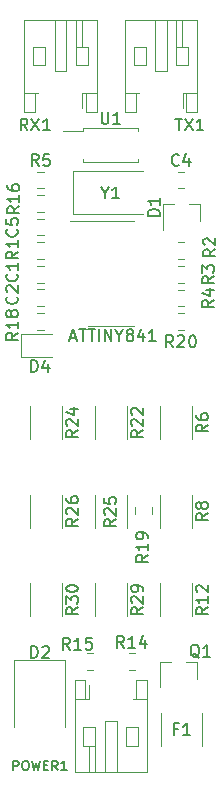
<source format=gbr>
%TF.GenerationSoftware,KiCad,Pcbnew,(6.0.1-0)*%
%TF.CreationDate,2022-02-25T00:15:48-05:00*%
%TF.ProjectId,aquabotsBMSModule,61717561-626f-4747-9342-4d534d6f6475,rev?*%
%TF.SameCoordinates,Original*%
%TF.FileFunction,Legend,Top*%
%TF.FilePolarity,Positive*%
%FSLAX46Y46*%
G04 Gerber Fmt 4.6, Leading zero omitted, Abs format (unit mm)*
G04 Created by KiCad (PCBNEW (6.0.1-0)) date 2022-02-25 00:15:48*
%MOMM*%
%LPD*%
G01*
G04 APERTURE LIST*
%ADD10C,0.150000*%
%ADD11C,0.120000*%
G04 APERTURE END LIST*
D10*
%TO.C,Y1*%
X129523809Y-57276190D02*
X129523809Y-57752380D01*
X129190476Y-56752380D02*
X129523809Y-57276190D01*
X129857142Y-56752380D01*
X130714285Y-57752380D02*
X130142857Y-57752380D01*
X130428571Y-57752380D02*
X130428571Y-56752380D01*
X130333333Y-56895238D01*
X130238095Y-56990476D01*
X130142857Y-57038095D01*
%TO.C,D2*%
X123261904Y-96652380D02*
X123261904Y-95652380D01*
X123500000Y-95652380D01*
X123642857Y-95700000D01*
X123738095Y-95795238D01*
X123785714Y-95890476D01*
X123833333Y-96080952D01*
X123833333Y-96223809D01*
X123785714Y-96414285D01*
X123738095Y-96509523D01*
X123642857Y-96604761D01*
X123500000Y-96652380D01*
X123261904Y-96652380D01*
X124214285Y-95747619D02*
X124261904Y-95700000D01*
X124357142Y-95652380D01*
X124595238Y-95652380D01*
X124690476Y-95700000D01*
X124738095Y-95747619D01*
X124785714Y-95842857D01*
X124785714Y-95938095D01*
X124738095Y-96080952D01*
X124166666Y-96652380D01*
X124785714Y-96652380D01*
%TO.C,ATTINY841*%
X126580952Y-69566666D02*
X127057142Y-69566666D01*
X126485714Y-69852380D02*
X126819047Y-68852380D01*
X127152380Y-69852380D01*
X127342857Y-68852380D02*
X127914285Y-68852380D01*
X127628571Y-69852380D02*
X127628571Y-68852380D01*
X128104761Y-68852380D02*
X128676190Y-68852380D01*
X128390476Y-69852380D02*
X128390476Y-68852380D01*
X129009523Y-69852380D02*
X129009523Y-68852380D01*
X129485714Y-69852380D02*
X129485714Y-68852380D01*
X130057142Y-69852380D01*
X130057142Y-68852380D01*
X130723809Y-69376190D02*
X130723809Y-69852380D01*
X130390476Y-68852380D02*
X130723809Y-69376190D01*
X131057142Y-68852380D01*
X131533333Y-69280952D02*
X131438095Y-69233333D01*
X131390476Y-69185714D01*
X131342857Y-69090476D01*
X131342857Y-69042857D01*
X131390476Y-68947619D01*
X131438095Y-68900000D01*
X131533333Y-68852380D01*
X131723809Y-68852380D01*
X131819047Y-68900000D01*
X131866666Y-68947619D01*
X131914285Y-69042857D01*
X131914285Y-69090476D01*
X131866666Y-69185714D01*
X131819047Y-69233333D01*
X131723809Y-69280952D01*
X131533333Y-69280952D01*
X131438095Y-69328571D01*
X131390476Y-69376190D01*
X131342857Y-69471428D01*
X131342857Y-69661904D01*
X131390476Y-69757142D01*
X131438095Y-69804761D01*
X131533333Y-69852380D01*
X131723809Y-69852380D01*
X131819047Y-69804761D01*
X131866666Y-69757142D01*
X131914285Y-69661904D01*
X131914285Y-69471428D01*
X131866666Y-69376190D01*
X131819047Y-69328571D01*
X131723809Y-69280952D01*
X132771428Y-69185714D02*
X132771428Y-69852380D01*
X132533333Y-68804761D02*
X132295238Y-69519047D01*
X132914285Y-69519047D01*
X133819047Y-69852380D02*
X133247619Y-69852380D01*
X133533333Y-69852380D02*
X133533333Y-68852380D01*
X133438095Y-68995238D01*
X133342857Y-69090476D01*
X133247619Y-69138095D01*
%TO.C,C2*%
X122057142Y-66066666D02*
X122104761Y-66114285D01*
X122152380Y-66257142D01*
X122152380Y-66352380D01*
X122104761Y-66495238D01*
X122009523Y-66590476D01*
X121914285Y-66638095D01*
X121723809Y-66685714D01*
X121580952Y-66685714D01*
X121390476Y-66638095D01*
X121295238Y-66590476D01*
X121200000Y-66495238D01*
X121152380Y-66352380D01*
X121152380Y-66257142D01*
X121200000Y-66114285D01*
X121247619Y-66066666D01*
X121247619Y-65685714D02*
X121200000Y-65638095D01*
X121152380Y-65542857D01*
X121152380Y-65304761D01*
X121200000Y-65209523D01*
X121247619Y-65161904D01*
X121342857Y-65114285D01*
X121438095Y-65114285D01*
X121580952Y-65161904D01*
X122152380Y-65733333D01*
X122152380Y-65114285D01*
%TO.C,C5*%
X122057142Y-60366666D02*
X122104761Y-60414285D01*
X122152380Y-60557142D01*
X122152380Y-60652380D01*
X122104761Y-60795238D01*
X122009523Y-60890476D01*
X121914285Y-60938095D01*
X121723809Y-60985714D01*
X121580952Y-60985714D01*
X121390476Y-60938095D01*
X121295238Y-60890476D01*
X121200000Y-60795238D01*
X121152380Y-60652380D01*
X121152380Y-60557142D01*
X121200000Y-60414285D01*
X121247619Y-60366666D01*
X121152380Y-59461904D02*
X121152380Y-59938095D01*
X121628571Y-59985714D01*
X121580952Y-59938095D01*
X121533333Y-59842857D01*
X121533333Y-59604761D01*
X121580952Y-59509523D01*
X121628571Y-59461904D01*
X121723809Y-59414285D01*
X121961904Y-59414285D01*
X122057142Y-59461904D01*
X122104761Y-59509523D01*
X122152380Y-59604761D01*
X122152380Y-59842857D01*
X122104761Y-59938095D01*
X122057142Y-59985714D01*
%TO.C,F1*%
X135666666Y-102678571D02*
X135333333Y-102678571D01*
X135333333Y-103202380D02*
X135333333Y-102202380D01*
X135809523Y-102202380D01*
X136714285Y-103202380D02*
X136142857Y-103202380D01*
X136428571Y-103202380D02*
X136428571Y-102202380D01*
X136333333Y-102345238D01*
X136238095Y-102440476D01*
X136142857Y-102488095D01*
%TO.C,POWER1*%
X121771428Y-106161904D02*
X121771428Y-105361904D01*
X122076190Y-105361904D01*
X122152380Y-105400000D01*
X122190476Y-105438095D01*
X122228571Y-105514285D01*
X122228571Y-105628571D01*
X122190476Y-105704761D01*
X122152380Y-105742857D01*
X122076190Y-105780952D01*
X121771428Y-105780952D01*
X122723809Y-105361904D02*
X122876190Y-105361904D01*
X122952380Y-105400000D01*
X123028571Y-105476190D01*
X123066666Y-105628571D01*
X123066666Y-105895238D01*
X123028571Y-106047619D01*
X122952380Y-106123809D01*
X122876190Y-106161904D01*
X122723809Y-106161904D01*
X122647619Y-106123809D01*
X122571428Y-106047619D01*
X122533333Y-105895238D01*
X122533333Y-105628571D01*
X122571428Y-105476190D01*
X122647619Y-105400000D01*
X122723809Y-105361904D01*
X123333333Y-105361904D02*
X123523809Y-106161904D01*
X123676190Y-105590476D01*
X123828571Y-106161904D01*
X124019047Y-105361904D01*
X124323809Y-105742857D02*
X124590476Y-105742857D01*
X124704761Y-106161904D02*
X124323809Y-106161904D01*
X124323809Y-105361904D01*
X124704761Y-105361904D01*
X125504761Y-106161904D02*
X125238095Y-105780952D01*
X125047619Y-106161904D02*
X125047619Y-105361904D01*
X125352380Y-105361904D01*
X125428571Y-105400000D01*
X125466666Y-105438095D01*
X125504761Y-105514285D01*
X125504761Y-105628571D01*
X125466666Y-105704761D01*
X125428571Y-105742857D01*
X125352380Y-105780952D01*
X125047619Y-105780952D01*
X126266666Y-106161904D02*
X125809523Y-106161904D01*
X126038095Y-106161904D02*
X126038095Y-105361904D01*
X125961904Y-105476190D01*
X125885714Y-105552380D01*
X125809523Y-105590476D01*
%TO.C,Q1*%
X137504761Y-96647619D02*
X137409523Y-96600000D01*
X137314285Y-96504761D01*
X137171428Y-96361904D01*
X137076190Y-96314285D01*
X136980952Y-96314285D01*
X137028571Y-96552380D02*
X136933333Y-96504761D01*
X136838095Y-96409523D01*
X136790476Y-96219047D01*
X136790476Y-95885714D01*
X136838095Y-95695238D01*
X136933333Y-95600000D01*
X137028571Y-95552380D01*
X137219047Y-95552380D01*
X137314285Y-95600000D01*
X137409523Y-95695238D01*
X137457142Y-95885714D01*
X137457142Y-96219047D01*
X137409523Y-96409523D01*
X137314285Y-96504761D01*
X137219047Y-96552380D01*
X137028571Y-96552380D01*
X138409523Y-96552380D02*
X137838095Y-96552380D01*
X138123809Y-96552380D02*
X138123809Y-95552380D01*
X138028571Y-95695238D01*
X137933333Y-95790476D01*
X137838095Y-95838095D01*
%TO.C,R3*%
X138752380Y-64366666D02*
X138276190Y-64700000D01*
X138752380Y-64938095D02*
X137752380Y-64938095D01*
X137752380Y-64557142D01*
X137800000Y-64461904D01*
X137847619Y-64414285D01*
X137942857Y-64366666D01*
X138085714Y-64366666D01*
X138180952Y-64414285D01*
X138228571Y-64461904D01*
X138276190Y-64557142D01*
X138276190Y-64938095D01*
X137752380Y-64033333D02*
X137752380Y-63414285D01*
X138133333Y-63747619D01*
X138133333Y-63604761D01*
X138180952Y-63509523D01*
X138228571Y-63461904D01*
X138323809Y-63414285D01*
X138561904Y-63414285D01*
X138657142Y-63461904D01*
X138704761Y-63509523D01*
X138752380Y-63604761D01*
X138752380Y-63890476D01*
X138704761Y-63985714D01*
X138657142Y-64033333D01*
%TO.C,R4*%
X138752380Y-66366666D02*
X138276190Y-66700000D01*
X138752380Y-66938095D02*
X137752380Y-66938095D01*
X137752380Y-66557142D01*
X137800000Y-66461904D01*
X137847619Y-66414285D01*
X137942857Y-66366666D01*
X138085714Y-66366666D01*
X138180952Y-66414285D01*
X138228571Y-66461904D01*
X138276190Y-66557142D01*
X138276190Y-66938095D01*
X138085714Y-65509523D02*
X138752380Y-65509523D01*
X137704761Y-65747619D02*
X138419047Y-65985714D01*
X138419047Y-65366666D01*
%TO.C,R5*%
X123895833Y-55002380D02*
X123562500Y-54526190D01*
X123324404Y-55002380D02*
X123324404Y-54002380D01*
X123705357Y-54002380D01*
X123800595Y-54050000D01*
X123848214Y-54097619D01*
X123895833Y-54192857D01*
X123895833Y-54335714D01*
X123848214Y-54430952D01*
X123800595Y-54478571D01*
X123705357Y-54526190D01*
X123324404Y-54526190D01*
X124800595Y-54002380D02*
X124324404Y-54002380D01*
X124276785Y-54478571D01*
X124324404Y-54430952D01*
X124419642Y-54383333D01*
X124657738Y-54383333D01*
X124752976Y-54430952D01*
X124800595Y-54478571D01*
X124848214Y-54573809D01*
X124848214Y-54811904D01*
X124800595Y-54907142D01*
X124752976Y-54954761D01*
X124657738Y-55002380D01*
X124419642Y-55002380D01*
X124324404Y-54954761D01*
X124276785Y-54907142D01*
%TO.C,R8*%
X138232380Y-84416666D02*
X137756190Y-84750000D01*
X138232380Y-84988095D02*
X137232380Y-84988095D01*
X137232380Y-84607142D01*
X137280000Y-84511904D01*
X137327619Y-84464285D01*
X137422857Y-84416666D01*
X137565714Y-84416666D01*
X137660952Y-84464285D01*
X137708571Y-84511904D01*
X137756190Y-84607142D01*
X137756190Y-84988095D01*
X137660952Y-83845238D02*
X137613333Y-83940476D01*
X137565714Y-83988095D01*
X137470476Y-84035714D01*
X137422857Y-84035714D01*
X137327619Y-83988095D01*
X137280000Y-83940476D01*
X137232380Y-83845238D01*
X137232380Y-83654761D01*
X137280000Y-83559523D01*
X137327619Y-83511904D01*
X137422857Y-83464285D01*
X137470476Y-83464285D01*
X137565714Y-83511904D01*
X137613333Y-83559523D01*
X137660952Y-83654761D01*
X137660952Y-83845238D01*
X137708571Y-83940476D01*
X137756190Y-83988095D01*
X137851428Y-84035714D01*
X138041904Y-84035714D01*
X138137142Y-83988095D01*
X138184761Y-83940476D01*
X138232380Y-83845238D01*
X138232380Y-83654761D01*
X138184761Y-83559523D01*
X138137142Y-83511904D01*
X138041904Y-83464285D01*
X137851428Y-83464285D01*
X137756190Y-83511904D01*
X137708571Y-83559523D01*
X137660952Y-83654761D01*
%TO.C,R12*%
X138232380Y-92392857D02*
X137756190Y-92726190D01*
X138232380Y-92964285D02*
X137232380Y-92964285D01*
X137232380Y-92583333D01*
X137280000Y-92488095D01*
X137327619Y-92440476D01*
X137422857Y-92392857D01*
X137565714Y-92392857D01*
X137660952Y-92440476D01*
X137708571Y-92488095D01*
X137756190Y-92583333D01*
X137756190Y-92964285D01*
X138232380Y-91440476D02*
X138232380Y-92011904D01*
X138232380Y-91726190D02*
X137232380Y-91726190D01*
X137375238Y-91821428D01*
X137470476Y-91916666D01*
X137518095Y-92011904D01*
X137327619Y-91059523D02*
X137280000Y-91011904D01*
X137232380Y-90916666D01*
X137232380Y-90678571D01*
X137280000Y-90583333D01*
X137327619Y-90535714D01*
X137422857Y-90488095D01*
X137518095Y-90488095D01*
X137660952Y-90535714D01*
X138232380Y-91107142D01*
X138232380Y-90488095D01*
%TO.C,R16*%
X122252380Y-58442857D02*
X121776190Y-58776190D01*
X122252380Y-59014285D02*
X121252380Y-59014285D01*
X121252380Y-58633333D01*
X121300000Y-58538095D01*
X121347619Y-58490476D01*
X121442857Y-58442857D01*
X121585714Y-58442857D01*
X121680952Y-58490476D01*
X121728571Y-58538095D01*
X121776190Y-58633333D01*
X121776190Y-59014285D01*
X122252380Y-57490476D02*
X122252380Y-58061904D01*
X122252380Y-57776190D02*
X121252380Y-57776190D01*
X121395238Y-57871428D01*
X121490476Y-57966666D01*
X121538095Y-58061904D01*
X121252380Y-56633333D02*
X121252380Y-56823809D01*
X121300000Y-56919047D01*
X121347619Y-56966666D01*
X121490476Y-57061904D01*
X121680952Y-57109523D01*
X122061904Y-57109523D01*
X122157142Y-57061904D01*
X122204761Y-57014285D01*
X122252380Y-56919047D01*
X122252380Y-56728571D01*
X122204761Y-56633333D01*
X122157142Y-56585714D01*
X122061904Y-56538095D01*
X121823809Y-56538095D01*
X121728571Y-56585714D01*
X121680952Y-56633333D01*
X121633333Y-56728571D01*
X121633333Y-56919047D01*
X121680952Y-57014285D01*
X121728571Y-57061904D01*
X121823809Y-57109523D01*
%TO.C,R18*%
X122152380Y-69142857D02*
X121676190Y-69476190D01*
X122152380Y-69714285D02*
X121152380Y-69714285D01*
X121152380Y-69333333D01*
X121200000Y-69238095D01*
X121247619Y-69190476D01*
X121342857Y-69142857D01*
X121485714Y-69142857D01*
X121580952Y-69190476D01*
X121628571Y-69238095D01*
X121676190Y-69333333D01*
X121676190Y-69714285D01*
X122152380Y-68190476D02*
X122152380Y-68761904D01*
X122152380Y-68476190D02*
X121152380Y-68476190D01*
X121295238Y-68571428D01*
X121390476Y-68666666D01*
X121438095Y-68761904D01*
X121580952Y-67619047D02*
X121533333Y-67714285D01*
X121485714Y-67761904D01*
X121390476Y-67809523D01*
X121342857Y-67809523D01*
X121247619Y-67761904D01*
X121200000Y-67714285D01*
X121152380Y-67619047D01*
X121152380Y-67428571D01*
X121200000Y-67333333D01*
X121247619Y-67285714D01*
X121342857Y-67238095D01*
X121390476Y-67238095D01*
X121485714Y-67285714D01*
X121533333Y-67333333D01*
X121580952Y-67428571D01*
X121580952Y-67619047D01*
X121628571Y-67714285D01*
X121676190Y-67761904D01*
X121771428Y-67809523D01*
X121961904Y-67809523D01*
X122057142Y-67761904D01*
X122104761Y-67714285D01*
X122152380Y-67619047D01*
X122152380Y-67428571D01*
X122104761Y-67333333D01*
X122057142Y-67285714D01*
X121961904Y-67238095D01*
X121771428Y-67238095D01*
X121676190Y-67285714D01*
X121628571Y-67333333D01*
X121580952Y-67428571D01*
%TO.C,R19*%
X133152380Y-87942857D02*
X132676190Y-88276190D01*
X133152380Y-88514285D02*
X132152380Y-88514285D01*
X132152380Y-88133333D01*
X132200000Y-88038095D01*
X132247619Y-87990476D01*
X132342857Y-87942857D01*
X132485714Y-87942857D01*
X132580952Y-87990476D01*
X132628571Y-88038095D01*
X132676190Y-88133333D01*
X132676190Y-88514285D01*
X133152380Y-86990476D02*
X133152380Y-87561904D01*
X133152380Y-87276190D02*
X132152380Y-87276190D01*
X132295238Y-87371428D01*
X132390476Y-87466666D01*
X132438095Y-87561904D01*
X133152380Y-86514285D02*
X133152380Y-86323809D01*
X133104761Y-86228571D01*
X133057142Y-86180952D01*
X132914285Y-86085714D01*
X132723809Y-86038095D01*
X132342857Y-86038095D01*
X132247619Y-86085714D01*
X132200000Y-86133333D01*
X132152380Y-86228571D01*
X132152380Y-86419047D01*
X132200000Y-86514285D01*
X132247619Y-86561904D01*
X132342857Y-86609523D01*
X132580952Y-86609523D01*
X132676190Y-86561904D01*
X132723809Y-86514285D01*
X132771428Y-86419047D01*
X132771428Y-86228571D01*
X132723809Y-86133333D01*
X132676190Y-86085714D01*
X132580952Y-86038095D01*
%TO.C,R20*%
X135294642Y-70352380D02*
X134961309Y-69876190D01*
X134723214Y-70352380D02*
X134723214Y-69352380D01*
X135104166Y-69352380D01*
X135199404Y-69400000D01*
X135247023Y-69447619D01*
X135294642Y-69542857D01*
X135294642Y-69685714D01*
X135247023Y-69780952D01*
X135199404Y-69828571D01*
X135104166Y-69876190D01*
X134723214Y-69876190D01*
X135675595Y-69447619D02*
X135723214Y-69400000D01*
X135818452Y-69352380D01*
X136056547Y-69352380D01*
X136151785Y-69400000D01*
X136199404Y-69447619D01*
X136247023Y-69542857D01*
X136247023Y-69638095D01*
X136199404Y-69780952D01*
X135627976Y-70352380D01*
X136247023Y-70352380D01*
X136866071Y-69352380D02*
X136961309Y-69352380D01*
X137056547Y-69400000D01*
X137104166Y-69447619D01*
X137151785Y-69542857D01*
X137199404Y-69733333D01*
X137199404Y-69971428D01*
X137151785Y-70161904D01*
X137104166Y-70257142D01*
X137056547Y-70304761D01*
X136961309Y-70352380D01*
X136866071Y-70352380D01*
X136770833Y-70304761D01*
X136723214Y-70257142D01*
X136675595Y-70161904D01*
X136627976Y-69971428D01*
X136627976Y-69733333D01*
X136675595Y-69542857D01*
X136723214Y-69447619D01*
X136770833Y-69400000D01*
X136866071Y-69352380D01*
%TO.C,R25*%
X130452380Y-84942857D02*
X129976190Y-85276190D01*
X130452380Y-85514285D02*
X129452380Y-85514285D01*
X129452380Y-85133333D01*
X129500000Y-85038095D01*
X129547619Y-84990476D01*
X129642857Y-84942857D01*
X129785714Y-84942857D01*
X129880952Y-84990476D01*
X129928571Y-85038095D01*
X129976190Y-85133333D01*
X129976190Y-85514285D01*
X129547619Y-84561904D02*
X129500000Y-84514285D01*
X129452380Y-84419047D01*
X129452380Y-84180952D01*
X129500000Y-84085714D01*
X129547619Y-84038095D01*
X129642857Y-83990476D01*
X129738095Y-83990476D01*
X129880952Y-84038095D01*
X130452380Y-84609523D01*
X130452380Y-83990476D01*
X129452380Y-83085714D02*
X129452380Y-83561904D01*
X129928571Y-83609523D01*
X129880952Y-83561904D01*
X129833333Y-83466666D01*
X129833333Y-83228571D01*
X129880952Y-83133333D01*
X129928571Y-83085714D01*
X130023809Y-83038095D01*
X130261904Y-83038095D01*
X130357142Y-83085714D01*
X130404761Y-83133333D01*
X130452380Y-83228571D01*
X130452380Y-83466666D01*
X130404761Y-83561904D01*
X130357142Y-83609523D01*
%TO.C,R26*%
X127232380Y-84892857D02*
X126756190Y-85226190D01*
X127232380Y-85464285D02*
X126232380Y-85464285D01*
X126232380Y-85083333D01*
X126280000Y-84988095D01*
X126327619Y-84940476D01*
X126422857Y-84892857D01*
X126565714Y-84892857D01*
X126660952Y-84940476D01*
X126708571Y-84988095D01*
X126756190Y-85083333D01*
X126756190Y-85464285D01*
X126327619Y-84511904D02*
X126280000Y-84464285D01*
X126232380Y-84369047D01*
X126232380Y-84130952D01*
X126280000Y-84035714D01*
X126327619Y-83988095D01*
X126422857Y-83940476D01*
X126518095Y-83940476D01*
X126660952Y-83988095D01*
X127232380Y-84559523D01*
X127232380Y-83940476D01*
X126232380Y-83083333D02*
X126232380Y-83273809D01*
X126280000Y-83369047D01*
X126327619Y-83416666D01*
X126470476Y-83511904D01*
X126660952Y-83559523D01*
X127041904Y-83559523D01*
X127137142Y-83511904D01*
X127184761Y-83464285D01*
X127232380Y-83369047D01*
X127232380Y-83178571D01*
X127184761Y-83083333D01*
X127137142Y-83035714D01*
X127041904Y-82988095D01*
X126803809Y-82988095D01*
X126708571Y-83035714D01*
X126660952Y-83083333D01*
X126613333Y-83178571D01*
X126613333Y-83369047D01*
X126660952Y-83464285D01*
X126708571Y-83511904D01*
X126803809Y-83559523D01*
%TO.C,R29*%
X132732380Y-92392857D02*
X132256190Y-92726190D01*
X132732380Y-92964285D02*
X131732380Y-92964285D01*
X131732380Y-92583333D01*
X131780000Y-92488095D01*
X131827619Y-92440476D01*
X131922857Y-92392857D01*
X132065714Y-92392857D01*
X132160952Y-92440476D01*
X132208571Y-92488095D01*
X132256190Y-92583333D01*
X132256190Y-92964285D01*
X131827619Y-92011904D02*
X131780000Y-91964285D01*
X131732380Y-91869047D01*
X131732380Y-91630952D01*
X131780000Y-91535714D01*
X131827619Y-91488095D01*
X131922857Y-91440476D01*
X132018095Y-91440476D01*
X132160952Y-91488095D01*
X132732380Y-92059523D01*
X132732380Y-91440476D01*
X132732380Y-90964285D02*
X132732380Y-90773809D01*
X132684761Y-90678571D01*
X132637142Y-90630952D01*
X132494285Y-90535714D01*
X132303809Y-90488095D01*
X131922857Y-90488095D01*
X131827619Y-90535714D01*
X131780000Y-90583333D01*
X131732380Y-90678571D01*
X131732380Y-90869047D01*
X131780000Y-90964285D01*
X131827619Y-91011904D01*
X131922857Y-91059523D01*
X132160952Y-91059523D01*
X132256190Y-91011904D01*
X132303809Y-90964285D01*
X132351428Y-90869047D01*
X132351428Y-90678571D01*
X132303809Y-90583333D01*
X132256190Y-90535714D01*
X132160952Y-90488095D01*
%TO.C,R30*%
X127232380Y-92392857D02*
X126756190Y-92726190D01*
X127232380Y-92964285D02*
X126232380Y-92964285D01*
X126232380Y-92583333D01*
X126280000Y-92488095D01*
X126327619Y-92440476D01*
X126422857Y-92392857D01*
X126565714Y-92392857D01*
X126660952Y-92440476D01*
X126708571Y-92488095D01*
X126756190Y-92583333D01*
X126756190Y-92964285D01*
X126232380Y-92059523D02*
X126232380Y-91440476D01*
X126613333Y-91773809D01*
X126613333Y-91630952D01*
X126660952Y-91535714D01*
X126708571Y-91488095D01*
X126803809Y-91440476D01*
X127041904Y-91440476D01*
X127137142Y-91488095D01*
X127184761Y-91535714D01*
X127232380Y-91630952D01*
X127232380Y-91916666D01*
X127184761Y-92011904D01*
X127137142Y-92059523D01*
X126232380Y-90821428D02*
X126232380Y-90726190D01*
X126280000Y-90630952D01*
X126327619Y-90583333D01*
X126422857Y-90535714D01*
X126613333Y-90488095D01*
X126851428Y-90488095D01*
X127041904Y-90535714D01*
X127137142Y-90583333D01*
X127184761Y-90630952D01*
X127232380Y-90726190D01*
X127232380Y-90821428D01*
X127184761Y-90916666D01*
X127137142Y-90964285D01*
X127041904Y-91011904D01*
X126851428Y-91059523D01*
X126613333Y-91059523D01*
X126422857Y-91011904D01*
X126327619Y-90964285D01*
X126280000Y-90916666D01*
X126232380Y-90821428D01*
%TO.C,RX1*%
X122957142Y-52002380D02*
X122623809Y-51526190D01*
X122385714Y-52002380D02*
X122385714Y-51002380D01*
X122766666Y-51002380D01*
X122861904Y-51050000D01*
X122909523Y-51097619D01*
X122957142Y-51192857D01*
X122957142Y-51335714D01*
X122909523Y-51430952D01*
X122861904Y-51478571D01*
X122766666Y-51526190D01*
X122385714Y-51526190D01*
X123290476Y-51002380D02*
X123957142Y-52002380D01*
X123957142Y-51002380D02*
X123290476Y-52002380D01*
X124861904Y-52002380D02*
X124290476Y-52002380D01*
X124576190Y-52002380D02*
X124576190Y-51002380D01*
X124480952Y-51145238D01*
X124385714Y-51240476D01*
X124290476Y-51288095D01*
%TO.C,TX1*%
X135461904Y-51002380D02*
X136033333Y-51002380D01*
X135747619Y-52002380D02*
X135747619Y-51002380D01*
X136271428Y-51002380D02*
X136938095Y-52002380D01*
X136938095Y-51002380D02*
X136271428Y-52002380D01*
X137842857Y-52002380D02*
X137271428Y-52002380D01*
X137557142Y-52002380D02*
X137557142Y-51002380D01*
X137461904Y-51145238D01*
X137366666Y-51240476D01*
X137271428Y-51288095D01*
%TO.C,D4*%
X123261904Y-72452380D02*
X123261904Y-71452380D01*
X123500000Y-71452380D01*
X123642857Y-71500000D01*
X123738095Y-71595238D01*
X123785714Y-71690476D01*
X123833333Y-71880952D01*
X123833333Y-72023809D01*
X123785714Y-72214285D01*
X123738095Y-72309523D01*
X123642857Y-72404761D01*
X123500000Y-72452380D01*
X123261904Y-72452380D01*
X124690476Y-71785714D02*
X124690476Y-72452380D01*
X124452380Y-71404761D02*
X124214285Y-72119047D01*
X124833333Y-72119047D01*
%TO.C,R24*%
X127232380Y-77392857D02*
X126756190Y-77726190D01*
X127232380Y-77964285D02*
X126232380Y-77964285D01*
X126232380Y-77583333D01*
X126280000Y-77488095D01*
X126327619Y-77440476D01*
X126422857Y-77392857D01*
X126565714Y-77392857D01*
X126660952Y-77440476D01*
X126708571Y-77488095D01*
X126756190Y-77583333D01*
X126756190Y-77964285D01*
X126327619Y-77011904D02*
X126280000Y-76964285D01*
X126232380Y-76869047D01*
X126232380Y-76630952D01*
X126280000Y-76535714D01*
X126327619Y-76488095D01*
X126422857Y-76440476D01*
X126518095Y-76440476D01*
X126660952Y-76488095D01*
X127232380Y-77059523D01*
X127232380Y-76440476D01*
X126565714Y-75583333D02*
X127232380Y-75583333D01*
X126184761Y-75821428D02*
X126899047Y-76059523D01*
X126899047Y-75440476D01*
%TO.C,R6*%
X138232380Y-76916666D02*
X137756190Y-77250000D01*
X138232380Y-77488095D02*
X137232380Y-77488095D01*
X137232380Y-77107142D01*
X137280000Y-77011904D01*
X137327619Y-76964285D01*
X137422857Y-76916666D01*
X137565714Y-76916666D01*
X137660952Y-76964285D01*
X137708571Y-77011904D01*
X137756190Y-77107142D01*
X137756190Y-77488095D01*
X137232380Y-76059523D02*
X137232380Y-76250000D01*
X137280000Y-76345238D01*
X137327619Y-76392857D01*
X137470476Y-76488095D01*
X137660952Y-76535714D01*
X138041904Y-76535714D01*
X138137142Y-76488095D01*
X138184761Y-76440476D01*
X138232380Y-76345238D01*
X138232380Y-76154761D01*
X138184761Y-76059523D01*
X138137142Y-76011904D01*
X138041904Y-75964285D01*
X137803809Y-75964285D01*
X137708571Y-76011904D01*
X137660952Y-76059523D01*
X137613333Y-76154761D01*
X137613333Y-76345238D01*
X137660952Y-76440476D01*
X137708571Y-76488095D01*
X137803809Y-76535714D01*
%TO.C,R22*%
X132732380Y-77392857D02*
X132256190Y-77726190D01*
X132732380Y-77964285D02*
X131732380Y-77964285D01*
X131732380Y-77583333D01*
X131780000Y-77488095D01*
X131827619Y-77440476D01*
X131922857Y-77392857D01*
X132065714Y-77392857D01*
X132160952Y-77440476D01*
X132208571Y-77488095D01*
X132256190Y-77583333D01*
X132256190Y-77964285D01*
X131827619Y-77011904D02*
X131780000Y-76964285D01*
X131732380Y-76869047D01*
X131732380Y-76630952D01*
X131780000Y-76535714D01*
X131827619Y-76488095D01*
X131922857Y-76440476D01*
X132018095Y-76440476D01*
X132160952Y-76488095D01*
X132732380Y-77059523D01*
X132732380Y-76440476D01*
X131827619Y-76059523D02*
X131780000Y-76011904D01*
X131732380Y-75916666D01*
X131732380Y-75678571D01*
X131780000Y-75583333D01*
X131827619Y-75535714D01*
X131922857Y-75488095D01*
X132018095Y-75488095D01*
X132160952Y-75535714D01*
X132732380Y-76107142D01*
X132732380Y-75488095D01*
%TO.C,C4*%
X135770833Y-54907142D02*
X135723214Y-54954761D01*
X135580357Y-55002380D01*
X135485119Y-55002380D01*
X135342261Y-54954761D01*
X135247023Y-54859523D01*
X135199404Y-54764285D01*
X135151785Y-54573809D01*
X135151785Y-54430952D01*
X135199404Y-54240476D01*
X135247023Y-54145238D01*
X135342261Y-54050000D01*
X135485119Y-54002380D01*
X135580357Y-54002380D01*
X135723214Y-54050000D01*
X135770833Y-54097619D01*
X136627976Y-54335714D02*
X136627976Y-55002380D01*
X136389880Y-53954761D02*
X136151785Y-54669047D01*
X136770833Y-54669047D01*
%TO.C,C1*%
X122057142Y-64166666D02*
X122104761Y-64214285D01*
X122152380Y-64357142D01*
X122152380Y-64452380D01*
X122104761Y-64595238D01*
X122009523Y-64690476D01*
X121914285Y-64738095D01*
X121723809Y-64785714D01*
X121580952Y-64785714D01*
X121390476Y-64738095D01*
X121295238Y-64690476D01*
X121200000Y-64595238D01*
X121152380Y-64452380D01*
X121152380Y-64357142D01*
X121200000Y-64214285D01*
X121247619Y-64166666D01*
X122152380Y-63214285D02*
X122152380Y-63785714D01*
X122152380Y-63500000D02*
X121152380Y-63500000D01*
X121295238Y-63595238D01*
X121390476Y-63690476D01*
X121438095Y-63785714D01*
%TO.C,U1*%
X129238095Y-50452380D02*
X129238095Y-51261904D01*
X129285714Y-51357142D01*
X129333333Y-51404761D01*
X129428571Y-51452380D01*
X129619047Y-51452380D01*
X129714285Y-51404761D01*
X129761904Y-51357142D01*
X129809523Y-51261904D01*
X129809523Y-50452380D01*
X130809523Y-51452380D02*
X130238095Y-51452380D01*
X130523809Y-51452380D02*
X130523809Y-50452380D01*
X130428571Y-50595238D01*
X130333333Y-50690476D01*
X130238095Y-50738095D01*
%TO.C,R1*%
X122152380Y-62266666D02*
X121676190Y-62600000D01*
X122152380Y-62838095D02*
X121152380Y-62838095D01*
X121152380Y-62457142D01*
X121200000Y-62361904D01*
X121247619Y-62314285D01*
X121342857Y-62266666D01*
X121485714Y-62266666D01*
X121580952Y-62314285D01*
X121628571Y-62361904D01*
X121676190Y-62457142D01*
X121676190Y-62838095D01*
X122152380Y-61314285D02*
X122152380Y-61885714D01*
X122152380Y-61600000D02*
X121152380Y-61600000D01*
X121295238Y-61695238D01*
X121390476Y-61790476D01*
X121438095Y-61885714D01*
%TO.C,R2*%
X138852380Y-62066666D02*
X138376190Y-62400000D01*
X138852380Y-62638095D02*
X137852380Y-62638095D01*
X137852380Y-62257142D01*
X137900000Y-62161904D01*
X137947619Y-62114285D01*
X138042857Y-62066666D01*
X138185714Y-62066666D01*
X138280952Y-62114285D01*
X138328571Y-62161904D01*
X138376190Y-62257142D01*
X138376190Y-62638095D01*
X137947619Y-61685714D02*
X137900000Y-61638095D01*
X137852380Y-61542857D01*
X137852380Y-61304761D01*
X137900000Y-61209523D01*
X137947619Y-61161904D01*
X138042857Y-61114285D01*
X138138095Y-61114285D01*
X138280952Y-61161904D01*
X138852380Y-61733333D01*
X138852380Y-61114285D01*
%TO.C,D1*%
X134152380Y-59238095D02*
X133152380Y-59238095D01*
X133152380Y-59000000D01*
X133200000Y-58857142D01*
X133295238Y-58761904D01*
X133390476Y-58714285D01*
X133580952Y-58666666D01*
X133723809Y-58666666D01*
X133914285Y-58714285D01*
X134009523Y-58761904D01*
X134104761Y-58857142D01*
X134152380Y-59000000D01*
X134152380Y-59238095D01*
X134152380Y-57714285D02*
X134152380Y-58285714D01*
X134152380Y-58000000D02*
X133152380Y-58000000D01*
X133295238Y-58095238D01*
X133390476Y-58190476D01*
X133438095Y-58285714D01*
%TO.C,R14*%
X131127142Y-95802380D02*
X130793809Y-95326190D01*
X130555714Y-95802380D02*
X130555714Y-94802380D01*
X130936666Y-94802380D01*
X131031904Y-94850000D01*
X131079523Y-94897619D01*
X131127142Y-94992857D01*
X131127142Y-95135714D01*
X131079523Y-95230952D01*
X131031904Y-95278571D01*
X130936666Y-95326190D01*
X130555714Y-95326190D01*
X132079523Y-95802380D02*
X131508095Y-95802380D01*
X131793809Y-95802380D02*
X131793809Y-94802380D01*
X131698571Y-94945238D01*
X131603333Y-95040476D01*
X131508095Y-95088095D01*
X132936666Y-95135714D02*
X132936666Y-95802380D01*
X132698571Y-94754761D02*
X132460476Y-95469047D01*
X133079523Y-95469047D01*
%TO.C,R15*%
X126557142Y-95952380D02*
X126223809Y-95476190D01*
X125985714Y-95952380D02*
X125985714Y-94952380D01*
X126366666Y-94952380D01*
X126461904Y-95000000D01*
X126509523Y-95047619D01*
X126557142Y-95142857D01*
X126557142Y-95285714D01*
X126509523Y-95380952D01*
X126461904Y-95428571D01*
X126366666Y-95476190D01*
X125985714Y-95476190D01*
X127509523Y-95952380D02*
X126938095Y-95952380D01*
X127223809Y-95952380D02*
X127223809Y-94952380D01*
X127128571Y-95095238D01*
X127033333Y-95190476D01*
X126938095Y-95238095D01*
X128414285Y-94952380D02*
X127938095Y-94952380D01*
X127890476Y-95428571D01*
X127938095Y-95380952D01*
X128033333Y-95333333D01*
X128271428Y-95333333D01*
X128366666Y-95380952D01*
X128414285Y-95428571D01*
X128461904Y-95523809D01*
X128461904Y-95761904D01*
X128414285Y-95857142D01*
X128366666Y-95904761D01*
X128271428Y-95952380D01*
X128033333Y-95952380D01*
X127938095Y-95904761D01*
X127890476Y-95857142D01*
D11*
%TO.C,Y1*%
X132700000Y-55450000D02*
X126800000Y-55450000D01*
X126800000Y-55450000D02*
X126800000Y-59050000D01*
X126800000Y-59050000D02*
X132700000Y-59050000D01*
%TO.C,D2*%
X126133600Y-96842400D02*
X121833600Y-96842400D01*
X126133600Y-96842400D02*
X126133600Y-102542400D01*
X121833600Y-96842400D02*
X121833600Y-102542400D01*
%TO.C,ATTINY841*%
X130000000Y-68535000D02*
X128050000Y-68535000D01*
X130000000Y-59665000D02*
X126550000Y-59665000D01*
X130000000Y-68535000D02*
X131950000Y-68535000D01*
X130000000Y-59665000D02*
X131950000Y-59665000D01*
%TO.C,C2*%
X123803922Y-66877855D02*
X124321078Y-66877855D01*
X123803922Y-65457855D02*
X124321078Y-65457855D01*
%TO.C,C5*%
X124321078Y-60897142D02*
X123803922Y-60897142D01*
X124321078Y-59477142D02*
X123803922Y-59477142D01*
%TO.C,F1*%
X134290000Y-101363748D02*
X134290000Y-104136252D01*
X137710000Y-101363748D02*
X137710000Y-104136252D01*
%TO.C,POWER1*%
X133060000Y-100140000D02*
X132140000Y-100140000D01*
X127700000Y-102500000D02*
X127700000Y-104100000D01*
X128700000Y-102500000D02*
X127700000Y-102500000D01*
X128140000Y-100140000D02*
X127860000Y-100140000D01*
X131300000Y-102500000D02*
X132300000Y-102500000D01*
X126940000Y-100140000D02*
X127860000Y-100140000D01*
X132300000Y-102500000D02*
X132300000Y-104100000D01*
X126940000Y-106360000D02*
X133060000Y-106360000D01*
X127860000Y-98540000D02*
X126940000Y-98540000D01*
X129500000Y-102000000D02*
X130500000Y-102000000D01*
X133060000Y-106360000D02*
X133060000Y-98540000D01*
X129500000Y-106360000D02*
X129500000Y-102000000D01*
X128140000Y-100140000D02*
X128140000Y-98925000D01*
X128700000Y-104100000D02*
X128700000Y-106360000D01*
X131300000Y-104100000D02*
X131300000Y-102500000D01*
X132300000Y-104100000D02*
X131300000Y-104100000D01*
X133060000Y-98540000D02*
X132140000Y-98540000D01*
X132140000Y-98540000D02*
X132140000Y-100140000D01*
X126940000Y-98540000D02*
X126940000Y-106360000D01*
X130500000Y-102000000D02*
X130500000Y-106360000D01*
X127700000Y-104100000D02*
X128700000Y-104100000D01*
X128700000Y-104100000D02*
X128700000Y-102500000D01*
X127860000Y-100140000D02*
X127860000Y-98540000D01*
X132140000Y-100140000D02*
X131860000Y-100140000D01*
X128200000Y-104100000D02*
X128200000Y-106360000D01*
%TO.C,Q1*%
X134170000Y-96990000D02*
X134170000Y-99150000D01*
X137330000Y-96990000D02*
X136400000Y-96990000D01*
X134170000Y-96990000D02*
X135100000Y-96990000D01*
X137330000Y-96990000D02*
X137330000Y-98450000D01*
%TO.C,R3*%
X135678922Y-63490000D02*
X136196078Y-63490000D01*
X135678922Y-64910000D02*
X136196078Y-64910000D01*
%TO.C,R4*%
X135678922Y-66910000D02*
X136196078Y-66910000D01*
X135678922Y-65490000D02*
X136196078Y-65490000D01*
%TO.C,R5*%
X123803922Y-55490000D02*
X124321078Y-55490000D01*
X123803922Y-56910000D02*
X124321078Y-56910000D01*
%TO.C,R8*%
X136860000Y-82847936D02*
X136860000Y-85652064D01*
X134140000Y-82847936D02*
X134140000Y-85652064D01*
%TO.C,R12*%
X134140000Y-90347936D02*
X134140000Y-93152064D01*
X136860000Y-90347936D02*
X136860000Y-93152064D01*
%TO.C,R16*%
X123803922Y-58910000D02*
X124321078Y-58910000D01*
X123803922Y-57490000D02*
X124321078Y-57490000D01*
%TO.C,R18*%
X124321078Y-67451426D02*
X123803922Y-67451426D01*
X124321078Y-68871426D02*
X123803922Y-68871426D01*
%TO.C,R19*%
X132040000Y-84446078D02*
X132040000Y-83928922D01*
X133460000Y-84446078D02*
X133460000Y-83928922D01*
%TO.C,R20*%
X135678922Y-68871426D02*
X136196078Y-68871426D01*
X135678922Y-67451426D02*
X136196078Y-67451426D01*
%TO.C,R25*%
X128640000Y-82847936D02*
X128640000Y-85652064D01*
X131360000Y-82847936D02*
X131360000Y-85652064D01*
%TO.C,R26*%
X125860000Y-82847936D02*
X125860000Y-85652064D01*
X123140000Y-82847936D02*
X123140000Y-85652064D01*
%TO.C,R29*%
X131360000Y-90347936D02*
X131360000Y-93152064D01*
X128640000Y-90347936D02*
X128640000Y-93152064D01*
%TO.C,R30*%
X123140000Y-90347936D02*
X123140000Y-93152064D01*
X125860000Y-90347936D02*
X125860000Y-93152064D01*
%TO.C,RX1*%
X127550000Y-44900000D02*
X127550000Y-42640000D01*
X123610000Y-48860000D02*
X123890000Y-48860000D01*
X128810000Y-42640000D02*
X122690000Y-42640000D01*
X122690000Y-50460000D02*
X123610000Y-50460000D01*
X126250000Y-47000000D02*
X125250000Y-47000000D01*
X128050000Y-46500000D02*
X128050000Y-44900000D01*
X123450000Y-44900000D02*
X124450000Y-44900000D01*
X127050000Y-44900000D02*
X127050000Y-46500000D01*
X128810000Y-50460000D02*
X128810000Y-42640000D01*
X127890000Y-48860000D02*
X127890000Y-50460000D01*
X127050000Y-44900000D02*
X127050000Y-42640000D01*
X128810000Y-48860000D02*
X127890000Y-48860000D01*
X125250000Y-47000000D02*
X125250000Y-42640000D01*
X123450000Y-46500000D02*
X123450000Y-44900000D01*
X122690000Y-42640000D02*
X122690000Y-50460000D01*
X127610000Y-48860000D02*
X127890000Y-48860000D01*
X127890000Y-50460000D02*
X128810000Y-50460000D01*
X124450000Y-44900000D02*
X124450000Y-46500000D01*
X126250000Y-42640000D02*
X126250000Y-47000000D01*
X123610000Y-50460000D02*
X123610000Y-48860000D01*
X127050000Y-46500000D02*
X128050000Y-46500000D01*
X127610000Y-48860000D02*
X127610000Y-50075000D01*
X122690000Y-48860000D02*
X123610000Y-48860000D01*
X128050000Y-44900000D02*
X127050000Y-44900000D01*
X124450000Y-46500000D02*
X123450000Y-46500000D01*
%TO.C,TX1*%
X136550000Y-46500000D02*
X136550000Y-44900000D01*
X136110000Y-48860000D02*
X136110000Y-50075000D01*
X131190000Y-50460000D02*
X132110000Y-50460000D01*
X133750000Y-47000000D02*
X133750000Y-42640000D01*
X132110000Y-48860000D02*
X132390000Y-48860000D01*
X136390000Y-50460000D02*
X137310000Y-50460000D01*
X136390000Y-48860000D02*
X136390000Y-50460000D01*
X135550000Y-46500000D02*
X136550000Y-46500000D01*
X131950000Y-44900000D02*
X132950000Y-44900000D01*
X136110000Y-48860000D02*
X136390000Y-48860000D01*
X136550000Y-44900000D02*
X135550000Y-44900000D01*
X134750000Y-42640000D02*
X134750000Y-47000000D01*
X131190000Y-42640000D02*
X131190000Y-50460000D01*
X132950000Y-46500000D02*
X131950000Y-46500000D01*
X132950000Y-44900000D02*
X132950000Y-46500000D01*
X135550000Y-44900000D02*
X135550000Y-46500000D01*
X134750000Y-47000000D02*
X133750000Y-47000000D01*
X137310000Y-42640000D02*
X131190000Y-42640000D01*
X131950000Y-46500000D02*
X131950000Y-44900000D01*
X135550000Y-44900000D02*
X135550000Y-42640000D01*
X131190000Y-48860000D02*
X132110000Y-48860000D01*
X137310000Y-48860000D02*
X136390000Y-48860000D01*
X132110000Y-50460000D02*
X132110000Y-48860000D01*
X136050000Y-44900000D02*
X136050000Y-42640000D01*
X137310000Y-50460000D02*
X137310000Y-42640000D01*
%TO.C,D4*%
X122377500Y-69240000D02*
X122377500Y-71160000D01*
X125062500Y-69240000D02*
X122377500Y-69240000D01*
X122377500Y-71160000D02*
X125062500Y-71160000D01*
%TO.C,R24*%
X123140000Y-75347936D02*
X123140000Y-78152064D01*
X125860000Y-75347936D02*
X125860000Y-78152064D01*
%TO.C,R6*%
X134140000Y-75347936D02*
X134140000Y-78152064D01*
X136860000Y-75347936D02*
X136860000Y-78152064D01*
%TO.C,R22*%
X128640000Y-75347936D02*
X128640000Y-78152064D01*
X131360000Y-75347936D02*
X131360000Y-78152064D01*
%TO.C,C4*%
X135678922Y-56910000D02*
X136196078Y-56910000D01*
X135678922Y-55490000D02*
X136196078Y-55490000D01*
%TO.C,C1*%
X123803922Y-64884284D02*
X124321078Y-64884284D01*
X123803922Y-63464284D02*
X124321078Y-63464284D01*
%TO.C,U1*%
X130000000Y-51840000D02*
X127690000Y-51840000D01*
X127690000Y-51840000D02*
X127690000Y-52055000D01*
X130000000Y-51840000D02*
X132310000Y-51840000D01*
X127690000Y-54660000D02*
X127690000Y-54445000D01*
X132310000Y-51840000D02*
X132310000Y-52055000D01*
X130000000Y-54660000D02*
X127690000Y-54660000D01*
X127690000Y-52055000D02*
X126000000Y-52055000D01*
X132310000Y-54660000D02*
X132310000Y-54445000D01*
X130000000Y-54660000D02*
X132310000Y-54660000D01*
%TO.C,R1*%
X123803922Y-62890713D02*
X124321078Y-62890713D01*
X123803922Y-61470713D02*
X124321078Y-61470713D01*
%TO.C,R2*%
X135678922Y-62880000D02*
X136196078Y-62880000D01*
X135678922Y-61460000D02*
X136196078Y-61460000D01*
%TO.C,D1*%
X137587500Y-58240000D02*
X136657500Y-58240000D01*
X134427500Y-58240000D02*
X134427500Y-60400000D01*
X137587500Y-58240000D02*
X137587500Y-59700000D01*
X134427500Y-58240000D02*
X135357500Y-58240000D01*
%TO.C,R14*%
X131511422Y-96290000D02*
X132028578Y-96290000D01*
X131511422Y-97710000D02*
X132028578Y-97710000D01*
%TO.C,R15*%
X128488578Y-97710000D02*
X127971422Y-97710000D01*
X128488578Y-96290000D02*
X127971422Y-96290000D01*
%TD*%
M02*

</source>
